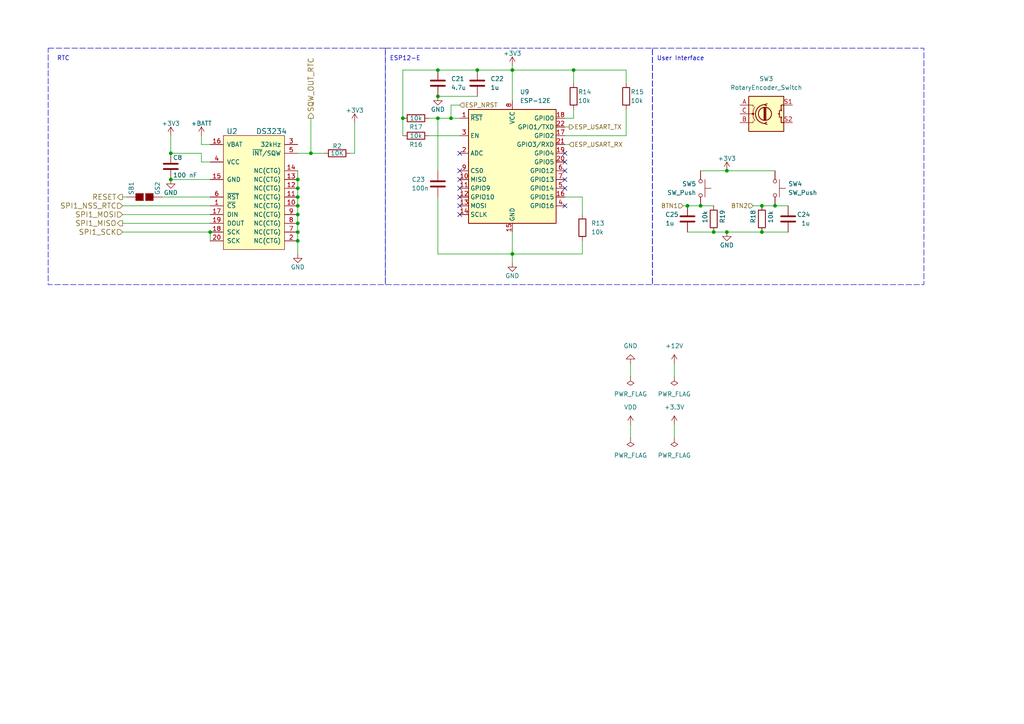
<source format=kicad_sch>
(kicad_sch (version 20230121) (generator eeschema)
  (paper "A4")
  (lib_symbols
    (symbol "Device:C" (pin_numbers hide) (pin_names (offset 0.254))
      (property "Reference" "C" (at 0.635 2.54 0))
      (property "Value" "C" (at 0.635 -2.54 0))
      (symbol "C_0_1"
        (polyline (pts (xy -2.032 -0.762) (xy 2.032 -0.762)) (stroke (width 0.508)))
        (polyline (pts (xy -2.032 0.762) (xy 2.032 0.762)) (stroke (width 0.508)))
      )
      (symbol "C_1_1"
        (pin passive line (at 0 3.81 270) (length 2.794) (name "~") (number "1"))
        (pin passive line (at 0 -3.81 90) (length 2.794) (name "~") (number "2"))
      )
    )
    (symbol "Device:R" (pin_numbers hide) (pin_names (offset 0))
      (property "Reference" "R" (at 2.032 0 90))
      (property "Value" "R" (at 0 0 90))
      (symbol "R_0_1"
        (rectangle (start -1.016 -2.54) (end 1.016 2.54) (stroke (width 0.254)))
      )
      (symbol "R_1_1"
        (pin passive line (at 0 3.81 270) (length 1.27) (name "~") (number "1"))
        (pin passive line (at 0 -3.81 90) (length 1.27) (name "~") (number "2"))
      )
    )
    (symbol "Device:RotaryEncoder_Switch" (pin_names (offset 0.254) hide)
      (property "Reference" "SW" (at 0 6.604 0))
      (property "Value" "RotaryEncoder_Switch" (at 0 -6.604 0))
      (symbol "RotaryEncoder_Switch_0_1"
        (rectangle (start -5.08 5.08) (end 5.08 -5.08) (stroke (width 0.254)) (fill (type background)))
        (circle (center -3.81 0) (radius 0.254) (fill (type outline)))
        (circle (center -0.381 0) (radius 1.905) (stroke (width 0.254)))
        (arc (start -0.381 2.667) (mid -3.0988 -0.0635) (end -0.381 -2.794) (stroke (width 0.254)))
        (polyline (pts (xy -0.635 -1.778) (xy -0.635 1.778)) (stroke (width 0.254)))
        (polyline (pts (xy -0.381 -1.778) (xy -0.381 1.778)) (stroke (width 0.254)))
        (polyline (pts (xy -0.127 1.778) (xy -0.127 -1.778)) (stroke (width 0.254)))
        (polyline (pts (xy 3.81 0) (xy 3.429 0)) (stroke (width 0.254)))
        (polyline (pts (xy 3.81 1.016) (xy 3.81 -1.016)) (stroke (width 0.254)))
        (polyline (pts (xy -5.08 -2.54) (xy -3.81 -2.54) (xy -3.81 -2.032)))
        (polyline (pts (xy -5.08 2.54) (xy -3.81 2.54) (xy -3.81 2.032)))
        (polyline (pts (xy 0.254 -3.048) (xy -0.508 -2.794) (xy 0.127 -2.413)) (stroke (width 0.254)))
        (polyline (pts (xy 0.254 2.921) (xy -0.508 2.667) (xy 0.127 2.286)) (stroke (width 0.254)))
        (polyline (pts (xy 5.08 -2.54) (xy 4.318 -2.54) (xy 4.318 -1.016)) (stroke (width 0.254)))
        (polyline (pts (xy 5.08 2.54) (xy 4.318 2.54) (xy 4.318 1.016)) (stroke (width 0.254)))
        (polyline (pts (xy -5.08 0) (xy -3.81 0) (xy -3.81 -1.016) (xy -3.302 -2.032)))
        (polyline (pts (xy -4.318 0) (xy -3.81 0) (xy -3.81 1.016) (xy -3.302 2.032)))
        (circle (center 4.318 -1.016) (radius 0.127) (stroke (width 0.254)))
        (circle (center 4.318 1.016) (radius 0.127) (stroke (width 0.254)))
      )
      (symbol "RotaryEncoder_Switch_1_1"
        (pin passive line (at -7.62 2.54 0) (length 2.54) (name "A") (number "A"))
        (pin passive line (at -7.62 -2.54 0) (length 2.54) (name "B") (number "B"))
        (pin passive line (at -7.62 0 0) (length 2.54) (name "C") (number "C"))
        (pin passive line (at 7.62 2.54 180) (length 2.54) (name "S1") (number "S1"))
        (pin passive line (at 7.62 -2.54 180) (length 2.54) (name "S2") (number "S2"))
      )
    )
    (symbol "NIXIE:HV" (power) (pin_names (offset 0))
      (property "Value" "HV" (at 0 5.08 0))
      (symbol "HV_0_1"
        (polyline (pts (xy -0.762 1.27) (xy 0 2.54)))
        (polyline (pts (xy 0 0) (xy 0 2.54)))
        (polyline (pts (xy 0 2.54) (xy 0.762 1.27)))
      )
      (symbol "HV_1_1"
        (pin power_in line (at 0 0 90) (length 0) hide (name "VDD") (number "1"))
      )
    )
    (symbol "RF_Module:ESP-12E"
      (property "Reference" "U" (at -12.7 19.05 0))
      (property "Value" "ESP-12E" (at 12.7 19.05 0))
      (symbol "ESP-12E_0_1"
        (rectangle (start -12.7 17.78) (end 12.7 -15.24) (stroke (width 0.254)) (fill (type background)))
      )
      (symbol "ESP-12E_1_1"
        (pin input line (at -15.24 15.24 0) (length 2.54) (name "~{RST}") (number "1"))
        (pin bidirectional line (at -15.24 -2.54 0) (length 2.54) (name "MISO") (number "10"))
        (pin bidirectional line (at -15.24 -5.08 0) (length 2.54) (name "GPIO9") (number "11"))
        (pin bidirectional line (at -15.24 -7.62 0) (length 2.54) (name "GPIO10") (number "12"))
        (pin bidirectional line (at -15.24 -10.16 0) (length 2.54) (name "MOSI") (number "13"))
        (pin bidirectional line (at -15.24 -12.7 0) (length 2.54) (name "SCLK") (number "14"))
        (pin power_in line (at 0 -17.78 90) (length 2.54) (name "GND") (number "15"))
        (pin bidirectional line (at 15.24 -7.62 180) (length 2.54) (name "GPIO15") (number "16"))
        (pin bidirectional line (at 15.24 10.16 180) (length 2.54) (name "GPIO2") (number "17"))
        (pin bidirectional line (at 15.24 15.24 180) (length 2.54) (name "GPIO0") (number "18"))
        (pin bidirectional line (at 15.24 5.08 180) (length 2.54) (name "GPIO4") (number "19"))
        (pin input line (at -15.24 5.08 0) (length 2.54) (name "ADC") (number "2"))
        (pin bidirectional line (at 15.24 2.54 180) (length 2.54) (name "GPIO5") (number "20"))
        (pin bidirectional line (at 15.24 7.62 180) (length 2.54) (name "GPIO3/RXD") (number "21"))
        (pin bidirectional line (at 15.24 12.7 180) (length 2.54) (name "GPIO1/TXD") (number "22"))
        (pin input line (at -15.24 10.16 0) (length 2.54) (name "EN") (number "3"))
        (pin bidirectional line (at 15.24 -10.16 180) (length 2.54) (name "GPIO16") (number "4"))
        (pin bidirectional line (at 15.24 -5.08 180) (length 2.54) (name "GPIO14") (number "5"))
        (pin bidirectional line (at 15.24 0 180) (length 2.54) (name "GPIO12") (number "6"))
        (pin bidirectional line (at 15.24 -2.54 180) (length 2.54) (name "GPIO13") (number "7"))
        (pin power_in line (at 0 20.32 270) (length 2.54) (name "VCC") (number "8"))
        (pin input line (at -15.24 0 0) (length 2.54) (name "CS0") (number "9"))
      )
    )
    (symbol "Switch:SW_Push" (pin_numbers hide) (pin_names (offset 1.016) hide)
      (property "Reference" "SW" (at 1.27 2.54 0))
      (property "Value" "SW_Push" (at 0 -1.524 0))
      (symbol "SW_Push_0_1"
        (circle (center -2.032 0) (radius 0.508))
        (polyline (pts (xy 0 1.27) (xy 0 3.048)))
        (polyline (pts (xy 2.54 1.27) (xy -2.54 1.27)))
        (circle (center 2.032 0) (radius 0.508))
        (pin passive line (at -5.08 0 0) (length 2.54) (name "1") (number "1"))
        (pin passive line (at 5.08 0 180) (length 2.54) (name "2") (number "2"))
      )
    )
    (symbol "TubeClock-rescue:+3.3V-power" (power) (pin_names (offset 0))
      (property "Value" "+3.3V-power" (at 0 3.556 0))
      (symbol "+3.3V-power_0_1"
        (polyline (pts (xy -0.762 1.27) (xy 0 2.54)))
        (polyline (pts (xy 0 0) (xy 0 2.54)))
        (polyline (pts (xy 0 2.54) (xy 0.762 1.27)))
      )
      (symbol "+3.3V-power_1_1"
        (pin power_in line (at 0 0 90) (length 0) hide (name "+3V3") (number "1"))
      )
    )
    (symbol "TubeClock-rescue:DS3234-TubeClock" (pin_names (offset 1.016))
      (property "Reference" "IC" (at -6.35 17.78 0))
      (property "Value" "TubeClock_DS3234" (at 5.08 17.78 0))
      (symbol "DS3234-TubeClock_0_1"
        (rectangle (start -8.89 16.51) (end 8.89 -16.51) (fill (type background)))
      )
      (symbol "DS3234-TubeClock_1_1"
        (pin input line (at -12.7 -3.81 0) (length 3.81) (name "~{CS}") (number "1"))
        (pin passive line (at 12.7 -3.81 180) (length 3.81) (name "NC(CTG)") (number "10"))
        (pin passive line (at 12.7 -1.27 180) (length 3.81) (name "NC(CTG)") (number "11"))
        (pin passive line (at 12.7 1.27 180) (length 3.81) (name "NC(CTG)") (number "12"))
        (pin passive line (at 12.7 3.81 180) (length 3.81) (name "NC(CTG)") (number "13"))
        (pin passive line (at 12.7 6.35 180) (length 3.81) (name "NC(CTG)") (number "14"))
        (pin power_in line (at -12.7 3.81 0) (length 3.81) (name "GND") (number "15"))
        (pin power_in line (at -12.7 13.97 0) (length 3.81) (name "VBAT") (number "16"))
        (pin input line (at -12.7 -6.35 0) (length 3.81) (name "DIN") (number "17"))
        (pin input line (at -12.7 -11.43 0) (length 3.81) (name "SCK") (number "18"))
        (pin output line (at -12.7 -8.89 0) (length 3.81) (name "DOUT") (number "19"))
        (pin passive line (at 12.7 -13.97 180) (length 3.81) (name "NC(CTG)") (number "2"))
        (pin input line (at -12.7 -13.97 0) (length 3.81) (name "SCK") (number "20"))
        (pin output line (at 12.7 13.97 180) (length 3.81) (name "32kHz") (number "3"))
        (pin power_in line (at -12.7 8.89 0) (length 3.81) (name "VCC") (number "4"))
        (pin output line (at 12.7 11.43 180) (length 3.81) (name "~{INT}/SQW") (number "5"))
        (pin bidirectional line (at -12.7 -1.27 0) (length 3.81) (name "~{RST}") (number "6"))
        (pin passive line (at 12.7 -11.43 180) (length 3.81) (name "NC(CTG)") (number "7"))
        (pin passive line (at 12.7 -8.89 180) (length 3.81) (name "NC(CTG)") (number "8"))
        (pin passive line (at 12.7 -6.35 180) (length 3.81) (name "NC(CTG)") (number "9"))
      )
    )
    (symbol "TubeClock-rescue:GS2-win" (pin_numbers hide) (pin_names (offset 1.016) hide)
      (property "Reference" "GS" (at 2.54 3.81 0))
      (property "Value" "win_GS2" (at 2.54 -3.7846 0))
      (symbol "GS2-win_0_1"
        (polyline (pts (xy -1.016 -0.254) (xy -1.016 -2.54) (xy 1.016 -2.54) (xy 1.016 -0.254)) (fill (type outline)))
        (polyline (pts (xy -1.016 0.254) (xy -1.016 2.54) (xy 1.016 2.54) (xy 1.016 0.254)) (fill (type outline)))
      )
      (symbol "GS2-win_1_1"
        (pin passive line (at 0 5.08 270) (length 2.54) (name "G1") (number "1"))
        (pin passive line (at 0 -5.08 90) (length 2.54) (name "G2") (number "2"))
      )
    )
    (symbol "power:+12V" (power) (pin_names (offset 0))
      (property "Value" "+12V" (at 0 3.556 0))
      (symbol "+12V_0_1"
        (polyline (pts (xy -0.762 1.27) (xy 0 2.54)))
        (polyline (pts (xy 0 0) (xy 0 2.54)))
        (polyline (pts (xy 0 2.54) (xy 0.762 1.27)))
      )
      (symbol "+12V_1_1"
        (pin power_in line (at 0 0 90) (length 0) hide (name "+12V") (number "1"))
      )
    )
    (symbol "power:+3.3V" (power) (pin_names (offset 0))
      (property "Value" "+3.3V" (at 0 3.556 0))
      (symbol "+3.3V_0_1"
        (polyline (pts (xy -0.762 1.27) (xy 0 2.54)))
        (polyline (pts (xy 0 0) (xy 0 2.54)))
        (polyline (pts (xy 0 2.54) (xy 0.762 1.27)))
      )
      (symbol "+3.3V_1_1"
        (pin power_in line (at 0 0 90) (length 0) hide (name "+3.3V") (number "1"))
      )
    )
    (symbol "power:+BATT" (power) (pin_names (offset 0))
      (property "Value" "+BATT" (at 0 3.556 0))
      (symbol "+BATT_0_1"
        (polyline (pts (xy -0.762 1.27) (xy 0 2.54)))
        (polyline (pts (xy 0 0) (xy 0 2.54)))
        (polyline (pts (xy 0 2.54) (xy 0.762 1.27)))
      )
      (symbol "+BATT_1_1"
        (pin power_in line (at 0 0 90) (length 0) hide (name "+BATT") (number "1"))
      )
    )
    (symbol "power:GND" (power) (pin_names (offset 0))
      (property "Value" "GND" (at 0 -3.81 0))
      (symbol "GND_0_1"
        (polyline (pts (xy 0 0) (xy 0 -1.27) (xy 1.27 -1.27) (xy 0 -2.54) (xy -1.27 -1.27) (xy 0 -1.27)))
      )
      (symbol "GND_1_1"
        (pin power_in line (at 0 0 270) (length 0) hide (name "GND") (number "1"))
      )
    )
    (symbol "power:PWR_FLAG" (power) (pin_numbers hide) (pin_names (offset 0) hide)
      (property "Value" "PWR_FLAG" (at 0 3.81 0))
      (symbol "PWR_FLAG_0_0"
        (pin power_out line (at 0 0 90) (length 0) (name "pwr") (number "1"))
      )
      (symbol "PWR_FLAG_0_1"
        (polyline (pts (xy 0 0) (xy 0 1.27) (xy -1.016 1.905) (xy 0 2.54) (xy 1.016 1.905) (xy 0 1.27)))
      )
    )
  )
  (junction (at 224.79 59.69))
  (junction (at 86.36 52.07))
  (junction (at 148.59 73.66))
  (junction (at 90.17 44.45))
  (junction (at 199.39 59.69))
  (junction (at 116.84 34.29))
  (junction (at 86.36 57.15))
  (junction (at 220.98 67.31))
  (junction (at 148.59 20.32))
  (junction (at 86.36 64.77))
  (junction (at 138.43 20.32))
  (junction (at 86.36 62.23))
  (junction (at 49.53 52.07))
  (junction (at 210.82 67.31))
  (junction (at 86.36 54.61))
  (junction (at 166.37 20.32))
  (junction (at 210.82 49.53))
  (junction (at 207.01 67.31))
  (junction (at 127 27.94))
  (junction (at 86.36 67.31))
  (junction (at 86.36 69.85))
  (junction (at 220.98 59.69))
  (junction (at 86.36 59.69))
  (junction (at 127 34.29))
  (junction (at 203.2 59.69))
  (junction (at 127 20.32))
  (junction (at 49.53 44.45))
  (junction (at 60.96 67.31))
  (junction (at 130.81 34.29))
  (no_connect (at 163.83 49.53))
  (no_connect (at 163.83 59.69))
  (no_connect (at 163.83 52.07))
  (no_connect (at 133.35 57.15))
  (no_connect (at 133.35 59.69))
  (no_connect (at 133.35 62.23))
  (no_connect (at 133.35 49.53))
  (no_connect (at 133.35 54.61))
  (no_connect (at 163.83 46.99))
  (no_connect (at 133.35 44.45))
  (no_connect (at 163.83 54.61))
  (no_connect (at 163.83 44.45))
  (no_connect (at 133.35 52.07))
  (wire (pts (xy 90.17 44.45) (xy 90.17 34.29)))
  (wire (pts (xy 195.58 123.19) (xy 195.58 127)))
  (wire (pts (xy 86.36 54.61) (xy 86.36 57.15)))
  (wire (pts (xy 148.59 73.66) (xy 148.59 76.2)))
  (wire (pts (xy 116.84 34.29) (xy 116.84 39.37)))
  (wire (pts (xy 182.88 127) (xy 182.88 123.19)))
  (wire (pts (xy 127 34.29) (xy 130.81 34.29)))
  (wire (pts (xy 210.82 49.53) (xy 203.2 49.53)))
  (wire (pts (xy 168.91 57.15) (xy 163.83 57.15)))
  (wire (pts (xy 127 34.29) (xy 124.46 34.29)))
  (wire (pts (xy 60.96 41.91) (xy 58.42 41.91)))
  (wire (pts (xy 127 73.66) (xy 148.59 73.66)))
  (wire (pts (xy 116.84 20.32) (xy 127 20.32)))
  (wire (pts (xy 58.42 41.91) (xy 58.42 39.37)))
  (wire (pts (xy 195.58 105.41) (xy 195.58 109.22)))
  (wire (pts (xy 93.98 44.45) (xy 90.17 44.45)))
  (wire (pts (xy 166.37 20.32) (xy 166.37 24.13)))
  (wire (pts (xy 220.98 67.31) (xy 228.6 67.31)))
  (wire (pts (xy 148.59 20.32) (xy 148.59 29.21)))
  (wire (pts (xy 60.96 69.85) (xy 60.96 67.31)))
  (wire (pts (xy 133.35 30.48) (xy 130.81 30.48)))
  (wire (pts (xy 148.59 19.05) (xy 148.59 20.32)))
  (wire (pts (xy 58.42 46.99) (xy 58.42 44.45)))
  (wire (pts (xy 181.61 39.37) (xy 163.83 39.37)))
  (wire (pts (xy 218.44 59.69) (xy 220.98 59.69)))
  (wire (pts (xy 86.36 49.53) (xy 86.36 52.07)))
  (wire (pts (xy 58.42 44.45) (xy 49.53 44.45)))
  (wire (pts (xy 60.96 67.31) (xy 35.56 67.31)))
  (wire (pts (xy 163.83 34.29) (xy 166.37 34.29)))
  (wire (pts (xy 207.01 59.69) (xy 203.2 59.69)))
  (wire (pts (xy 35.56 64.77) (xy 60.96 64.77)))
  (wire (pts (xy 86.36 44.45) (xy 90.17 44.45)))
  (wire (pts (xy 127 20.32) (xy 138.43 20.32)))
  (wire (pts (xy 86.36 62.23) (xy 86.36 64.77)))
  (wire (pts (xy 199.39 59.69) (xy 198.12 59.69)))
  (wire (pts (xy 182.88 105.41) (xy 182.88 109.22)))
  (wire (pts (xy 127 57.15) (xy 127 73.66)))
  (wire (pts (xy 181.61 20.32) (xy 181.61 24.13)))
  (wire (pts (xy 168.91 62.23) (xy 168.91 57.15)))
  (wire (pts (xy 86.36 57.15) (xy 86.36 59.69)))
  (wire (pts (xy 210.82 49.53) (xy 224.79 49.53)))
  (wire (pts (xy 60.96 62.23) (xy 35.56 62.23)))
  (wire (pts (xy 124.46 39.37) (xy 133.35 39.37)))
  (wire (pts (xy 127 27.94) (xy 138.43 27.94)))
  (wire (pts (xy 127 34.29) (xy 127 49.53)))
  (wire (pts (xy 224.79 59.69) (xy 228.6 59.69)))
  (wire (pts (xy 166.37 31.75) (xy 166.37 34.29)))
  (wire (pts (xy 138.43 20.32) (xy 148.59 20.32)))
  (wire (pts (xy 86.36 69.85) (xy 86.36 73.66)))
  (wire (pts (xy 46.99 57.15) (xy 60.96 57.15)))
  (wire (pts (xy 210.82 67.31) (xy 220.98 67.31)))
  (wire (pts (xy 130.81 30.48) (xy 130.81 34.29)))
  (wire (pts (xy 165.1 36.83) (xy 163.83 36.83)))
  (wire (pts (xy 60.96 52.07) (xy 49.53 52.07)))
  (wire (pts (xy 86.36 59.69) (xy 86.36 62.23)))
  (wire (pts (xy 102.87 35.56) (xy 102.87 44.45)))
  (wire (pts (xy 86.36 52.07) (xy 86.36 54.61)))
  (wire (pts (xy 207.01 67.31) (xy 199.39 67.31)))
  (wire (pts (xy 220.98 59.69) (xy 224.79 59.69)))
  (wire (pts (xy 35.56 59.69) (xy 60.96 59.69)))
  (wire (pts (xy 181.61 20.32) (xy 166.37 20.32)))
  (wire (pts (xy 148.59 67.31) (xy 148.59 73.66)))
  (wire (pts (xy 49.53 44.45) (xy 49.53 39.37)))
  (wire (pts (xy 181.61 31.75) (xy 181.61 39.37)))
  (wire (pts (xy 168.91 69.85) (xy 168.91 73.66)))
  (wire (pts (xy 86.36 67.31) (xy 86.36 69.85)))
  (wire (pts (xy 35.56 57.15) (xy 36.83 57.15)))
  (wire (pts (xy 163.83 41.91) (xy 165.1 41.91)))
  (wire (pts (xy 203.2 59.69) (xy 199.39 59.69)))
  (wire (pts (xy 210.82 67.31) (xy 207.01 67.31)))
  (wire (pts (xy 116.84 20.32) (xy 116.84 34.29)))
  (wire (pts (xy 130.81 34.29) (xy 133.35 34.29)))
  (wire (pts (xy 60.96 46.99) (xy 58.42 46.99)))
  (wire (pts (xy 168.91 73.66) (xy 148.59 73.66)))
  (wire (pts (xy 101.6 44.45) (xy 102.87 44.45)))
  (wire (pts (xy 166.37 20.32) (xy 148.59 20.32)))
  (wire (pts (xy 86.36 64.77) (xy 86.36 67.31)))
  (rectangle (start 111.76 13.97) (end 189.23 82.55) (stroke (width 0) (type dash)))
  (rectangle (start 189.23 13.97) (end 267.97 82.55) (stroke (width 0) (type dash)))
  (rectangle (start 13.97 13.97) (end 111.76 82.55) (stroke (width 0) (type dash)))
  (text "User Interface\n" (at 190.5 17.78 0) (effects (font (size 1.27 1.27)) (justify left bottom)))
  (text "ESP12-E\n" (at 113.03 17.78 0) (effects (font (size 1.27 1.27)) (justify left bottom)))
  (text "RTC" (at 16.51 17.78 0) (effects (font (size 1.27 1.27)) (justify left bottom)))
  (hierarchical_label "SPI1_SCK" (shape input) (at 35.56 67.31 180) (effects (font (size 1.524 1.524))))
  (hierarchical_label "BTN2" (shape input) (at 218.44 59.69 180))
  (hierarchical_label "ESP_USART_TX" (shape output) (at 165.1 36.83 0))
  (hierarchical_label "ESP_NRST" (shape input) (at 133.35 30.48 0))
  (hierarchical_label "BTN1" (shape input) (at 198.12 59.69 180))
  (hierarchical_label "SQW_OUT_RTC" (shape output) (at 90.17 34.29 90) (effects (font (size 1.524 1.524))))
  (hierarchical_label "SPI1_MISO" (shape output) (at 35.56 64.77 180) (effects (font (size 1.524 1.524))))
  (hierarchical_label "SPI1_NSS_RTC" (shape input) (at 35.56 59.69 180) (effects (font (size 1.524 1.524))))
  (hierarchical_label "RESET" (shape output) (at 35.56 57.15 180) (effects (font (size 1.524 1.524))))
  (hierarchical_label "SPI1_MOSI" (shape input) (at 35.56 62.23 180) (effects (font (size 1.524 1.524))))
  (hierarchical_label "ESP_USART_RX" (shape input) (at 165.1 41.91 0))
  (symbol (lib_id "TubeClock-rescue:+3.3V-power") (at 210.82 49.53 0) (unit 1)
    (property "Reference" "#PWR060" (effects hide))
    (property "Value" "+3.3V" (at 210.82 45.974 0))
    (instances (project "nixie_clock" (path "" (reference "#PWR060") (unit 1))) (project "TubeClock" (path "" (reference "#PWR052") (unit 1))))
  )
  (symbol (lib_id "Device:R") (at 120.65 39.37 90) (unit 1)
    (property "Reference" "R16" (at 120.65 41.91 90))
    (property "Value" "10k" (at 120.65 39.37 90))
  )
  (symbol (lib_id "Device:R") (at 207.01 63.5 0) (mirror x) (unit 1)
    (property "Reference" "R19" (at 209.55 64.77 90) (effects (justify right)))
    (property "Value" "10k" (at 204.47 64.77 90) (effects (justify right)))
  )
  (symbol (lib_id "NIXIE:HV") (at 182.88 123.19 0) (unit 1)
    (property "Reference" "#PWR031" (effects hide))
    (property "Value" "HV" (at 182.88 118.11 0))
    (instances (project "nixie_clock" (path "" (reference "#PWR031") (unit 1)) (path "" (reference "#PWR015") (unit 1))))
  )
  (symbol (lib_id "power:+12V") (at 195.58 105.41 0) (unit 1)
    (property "Reference" "#PWR045" (effects hide))
    (property "Value" "+12V" (at 195.58 100.33 0))
    (instances (project "nixie_clock" (path "" (reference "#PWR045") (unit 1)) (path "" (reference "#PWR016") (unit 1))))
  )
  (symbol (lib_id "TubeClock-rescue:+3.3V-power") (at 102.87 35.56 0) (unit 1)
    (property "Reference" "#PWR025" (effects hide))
    (property "Value" "+3.3V" (at 102.87 32.004 0))
    (instances (project "nixie_clock" (path "" (reference "#PWR025") (unit 1))) (project "TubeClock" (path "" (reference "#PWR052") (unit 1))))
  )
  (symbol (lib_id "Device:R") (at 166.37 27.94 0) (unit 1)
    (property "Reference" "R14" (at 167.64 26.67 0) (effects (justify left)))
    (property "Value" "10k" (at 167.64 29.21 0) (effects (justify left)))
  )
  (symbol (lib_id "power:+BATT") (at 58.42 39.37 0) (unit 1)
    (property "Reference" "#PWR022" (effects hide))
    (property "Value" "+BATT" (at 58.42 35.814 0))
    (instances (project "nixie_clock" (path "" (reference "#PWR022") (unit 1))) (project "TubeClock" (path "" (reference "#PWR055") (unit 1))))
  )
  (symbol (lib_id "RF_Module:ESP-12E") (at 148.59 49.53 0) (unit 1)
    (property "Reference" "U9" (at 150.7841 26.67 0) (effects (justify left)))
    (property "Value" "ESP-12E" (at 150.7841 29.21 0) (effects (justify left)))
    (property "Footprint" "RF_Module:ESP-12E" (effects hide))
    (property "Datasheet" "http://wiki.ai-thinker.com/_media/esp8266/esp8266_series_modules_user_manual_v1.1.pdf" (effects hide))
  )
  (symbol (lib_id "TubeClock-rescue:+3.3V-power") (at 49.53 39.37 0) (unit 1)
    (property "Reference" "#PWR018" (effects hide))
    (property "Value" "+3.3V" (at 49.53 35.814 0))
    (instances (project "nixie_clock" (path "" (reference "#PWR018") (unit 1))) (project "TubeClock" (path "" (reference "#PWR054") (unit 1))))
  )
  (symbol (lib_id "Switch:SW_Push") (at 224.79 54.61 270) (unit 1)
    (property "Reference" "SW4" (at 228.6 53.34 90) (effects (justify left)))
    (property "Value" "SW_Push" (at 228.6 55.88 90) (effects (justify left)))
  )
  (symbol (lib_id "Device:C") (at 127 53.34 0) (unit 1)
    (property "Reference" "C23" (at 119.38 52.07 0) (effects (justify left)))
    (property "Value" "100n" (at 119.38 54.61 0) (effects (justify left)))
  )
  (symbol (lib_id "TubeClock-rescue:DS3234-TubeClock") (at 73.66 55.88 0) (unit 1)
    (property "Reference" "U2" (at 67.31 38.1 0) (effects (font (size 1.524 1.524))))
    (property "Value" "DS3234" (at 78.74 38.1 0) (effects (font (size 1.524 1.524))))
    (property "Footprint" "Package_SO:SO-20_12.8x7.5mm_P1.27mm" (effects hide))
    (property "Datasheet" "https://datasheets.maximintegrated.com/en/ds/DS3234.pdf" (effects hide))
    (property "Manufacturer" "Maxim" (effects hide))
    (instances (project "nixie_clock" (path "" (reference "U2") (unit 1))) (project "TubeClock" (path "" (reference "U?") (unit 1)) (path "" (reference "U5") (unit 1)) (path "" (reference "U?") (unit 1)) (path "" (reference "U?") (unit 1))))
  )
  (symbol (lib_id "Device:C") (at 138.43 24.13 0) (unit 1)
    (property "Reference" "C22" (at 142.24 22.86 0) (effects (justify left)))
    (property "Value" "1u" (at 142.24 25.4 0) (effects (justify left)))
  )
  (symbol (lib_id "Device:RotaryEncoder_Switch") (at 222.25 33.02 0) (unit 1)
    (property "Reference" "SW3" (at 222.25 22.86 0))
    (property "Value" "RotaryEncoder_Switch" (at 222.25 25.4 0))
  )
  (symbol (lib_id "power:GND") (at 127 27.94 0) (unit 1)
    (property "Reference" "#PWR045" (effects hide))
    (property "Value" "GND" (at 127 31.75 0))
    (instances (project "nixie_clock" (path "" (reference "#PWR045") (unit 1))) (project "TubeClock" (path "" (reference "#PWR057") (unit 1))))
  )
  (symbol (lib_id "power:GND") (at 86.36 73.66 0) (unit 1)
    (property "Reference" "#PWR023" (effects hide))
    (property "Value" "GND" (at 86.36 77.47 0))
    (instances (project "nixie_clock" (path "" (reference "#PWR023") (unit 1))) (project "TubeClock" (path "" (reference "#PWR057") (unit 1))))
  )
  (symbol (lib_id "Device:R") (at 220.98 63.5 180) (unit 1)
    (property "Reference" "R18" (at 218.44 64.77 90) (effects (justify right)))
    (property "Value" "10k" (at 223.52 64.77 90) (effects (justify right)))
  )
  (symbol (lib_id "power:GND") (at 210.82 67.31 0) (unit 1)
    (property "Reference" "#PWR061" (effects hide))
    (property "Value" "GND" (at 210.82 71.12 0))
    (instances (project "nixie_clock" (path "" (reference "#PWR061") (unit 1))) (project "TubeClock" (path "" (reference "#PWR057") (unit 1))))
  )
  (symbol (lib_id "power:PWR_FLAG") (at 182.88 109.22 180) (unit 1)
    (property "Reference" "#FLG02" (effects hide))
    (property "Value" "PWR_FLAG" (at 182.88 114.3 0))
    (instances (project "nixie_clock" (path "" (reference "#FLG02") (unit 1)) (path "" (reference "#FLG01") (unit 1))))
  )
  (symbol (lib_id "Device:C") (at 127 24.13 0) (unit 1)
    (property "Reference" "C21" (at 130.81 22.86 0) (effects (justify left)))
    (property "Value" "4.7u" (at 130.81 25.4 0) (effects (justify left)))
  )
  (symbol (lib_id "Device:R") (at 168.91 66.04 0) (unit 1)
    (property "Reference" "R13" (at 171.45 64.77 0) (effects (justify left)))
    (property "Value" "10k" (at 171.45 67.31 0) (effects (justify left)))
  )
  (symbol (lib_id "Device:R") (at 181.61 27.94 0) (unit 1)
    (property "Reference" "R15" (at 182.88 26.67 0) (effects (justify left)))
    (property "Value" "10k" (at 182.88 29.21 0) (effects (justify left)))
  )
  (symbol (lib_id "TubeClock-rescue:GS2-win") (at 41.91 57.15 90) (unit 1)
    (property "Reference" "SB1" (at 38.1 54.61 0))
    (property "Value" "GS2" (at 45.6946 54.61 0))
    (property "Footprint" "Jumper:SolderJumper-2_P1.3mm_Open_Pad1.0x1.5mm" (effects hide))
    (instances (project "nixie_clock" (path "" (reference "SB1") (unit 1))) (project "TubeClock" (path "" (reference "SB5") (unit 1))))
  )
  (symbol (lib_id "power:PWR_FLAG") (at 195.58 109.22 180) (unit 1)
    (property "Reference" "#FLG04" (effects hide))
    (property "Value" "PWR_FLAG" (at 195.58 114.3 0))
    (instances (project "nixie_clock" (path "" (reference "#FLG04") (unit 1)) (path "" (reference "#FLG03") (unit 1))))
  )
  (symbol (lib_id "Device:C") (at 49.53 48.26 0) (unit 1)
    (property "Reference" "C8" (at 50.165 45.72 0) (effects (justify left)))
    (property "Value" "100 nF" (at 50.165 50.8 0) (effects (justify left)))
    (property "Footprint" "Capacitor_SMD:C_0805_2012Metric" (effects hide))
    (instances (project "nixie_clock" (path "" (reference "C8") (unit 1))) (project "TubeClock" (path "" (reference "C29") (unit 1))))
  )
  (symbol (lib_id "power:GND") (at 182.88 105.41 180) (unit 1)
    (property "Reference" "#PWR030" (effects hide))
    (property "Value" "GND" (at 182.88 100.33 0))
    (instances (project "nixie_clock" (path "" (reference "#PWR030") (unit 1)) (path "" (reference "#PWR014") (unit 1))))
  )
  (symbol (lib_id "power:GND") (at 49.53 52.07 0) (unit 1)
    (property "Reference" "#PWR021" (effects hide))
    (property "Value" "GND" (at 49.53 55.88 0))
    (instances (project "nixie_clock" (path "" (reference "#PWR021") (unit 1))) (project "TubeClock" (path "" (reference "#PWR056") (unit 1))))
  )
  (symbol (lib_id "power:PWR_FLAG") (at 195.58 127 180) (unit 1)
    (property "Reference" "#FLG01" (effects hide))
    (property "Value" "PWR_FLAG" (at 195.58 132.08 0))
    (instances (project "nixie_clock" (path "" (reference "#FLG01") (unit 1)) (path "" (reference "#FLG04") (unit 1))))
  )
  (symbol (lib_id "Device:C") (at 199.39 63.5 0) (mirror y) (unit 1)
    (property "Reference" "C25" (at 196.85 62.23 0) (effects (justify left)))
    (property "Value" "1u" (at 195.58 64.77 0) (effects (justify left)))
  )
  (symbol (lib_id "Device:R") (at 120.65 34.29 90) (unit 1)
    (property "Reference" "R17" (at 120.65 36.83 90))
    (property "Value" "10k" (at 120.65 34.29 90))
  )
  (symbol (lib_id "power:+3.3V") (at 195.58 123.19 0) (unit 1)
    (property "Reference" "#PWR029" (effects hide))
    (property "Value" "+3.3V" (at 195.58 118.11 0))
    (instances (project "nixie_clock" (path "" (reference "#PWR029") (unit 1)) (path "" (reference "#PWR017") (unit 1))))
  )
  (symbol (lib_id "Switch:SW_Push") (at 203.2 54.61 270) (mirror x) (unit 1)
    (property "Reference" "SW5" (at 201.93 53.34 90) (effects (justify right)))
    (property "Value" "SW_Push" (at 201.93 55.88 90) (effects (justify right)))
  )
  (symbol (lib_id "Device:R") (at 97.79 44.45 90) (unit 1)
    (property "Reference" "R2" (at 97.79 42.418 90))
    (property "Value" "10K" (at 97.79 44.45 90))
    (property "Footprint" "Resistor_SMD:R_0805_2012Metric" (effects hide))
    (instances (project "nixie_clock" (path "" (reference "R2") (unit 1))) (project "TubeClock" (path "" (reference "R20") (unit 1))))
  )
  (symbol (lib_id "Device:C") (at 228.6 63.5 0) (unit 1)
    (property "Reference" "C24" (at 231.14 62.23 0) (effects (justify left)))
    (property "Value" "1u" (at 232.41 64.77 0) (effects (justify left)))
  )
  (symbol (lib_id "TubeClock-rescue:+3.3V-power") (at 148.59 19.05 0) (unit 1)
    (property "Reference" "#PWR032" (effects hide))
    (property "Value" "+3.3V" (at 148.59 15.494 0))
    (instances (project "nixie_clock" (path "" (reference "#PWR032") (unit 1))) (project "TubeClock" (path "" (reference "#PWR052") (unit 1))))
  )
  (symbol (lib_id "power:GND") (at 148.59 76.2 0) (unit 1)
    (property "Reference" "#PWR031" (effects hide))
    (property "Value" "GND" (at 148.59 80.01 0))
    (instances (project "nixie_clock" (path "" (reference "#PWR031") (unit 1))) (project "TubeClock" (path "" (reference "#PWR057") (unit 1))))
  )
  (symbol (lib_id "power:PWR_FLAG") (at 182.88 127 180) (unit 1)
    (property "Reference" "#FLG03" (effects hide))
    (property "Value" "PWR_FLAG" (at 182.88 132.08 0))
    (instances (project "nixie_clock" (path "" (reference "#FLG03") (unit 1)) (path "" (reference "#FLG02") (unit 1))))
  )
)
</source>
